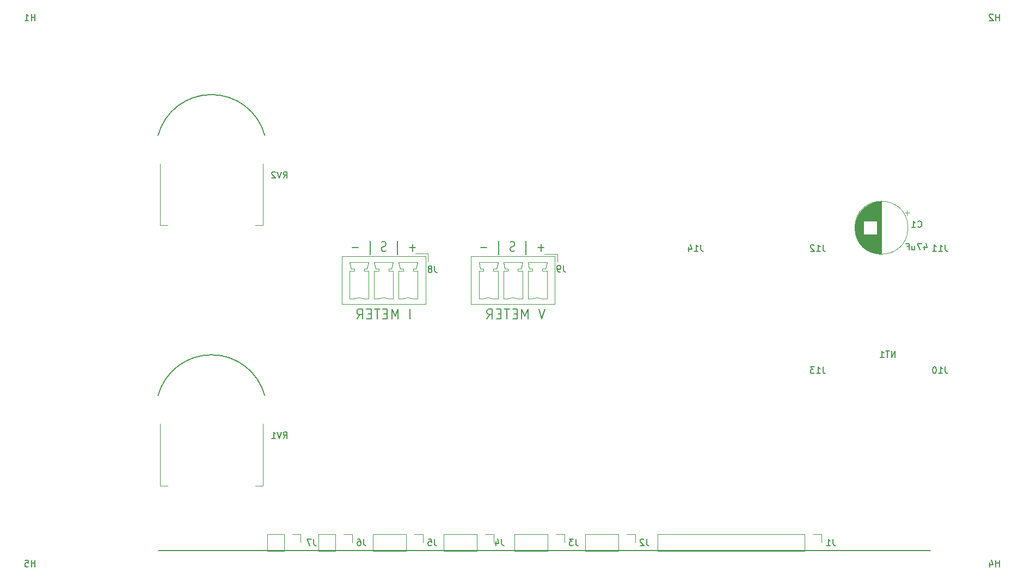
<source format=gbo>
%TF.GenerationSoftware,KiCad,Pcbnew,6.0.2-378541a8eb~116~ubuntu20.04.1*%
%TF.CreationDate,2022-03-08T15:37:06-05:00*%
%TF.ProjectId,Linear_Lab_Bench_PSU_front_panel,4c696e65-6172-45f4-9c61-625f42656e63,rev?*%
%TF.SameCoordinates,Original*%
%TF.FileFunction,Legend,Bot*%
%TF.FilePolarity,Positive*%
%FSLAX46Y46*%
G04 Gerber Fmt 4.6, Leading zero omitted, Abs format (unit mm)*
G04 Created by KiCad (PCBNEW 6.0.2-378541a8eb~116~ubuntu20.04.1) date 2022-03-08 15:37:06*
%MOMM*%
%LPD*%
G01*
G04 APERTURE LIST*
%ADD10C,0.150000*%
%ADD11C,0.200000*%
%ADD12C,0.120000*%
G04 APERTURE END LIST*
D10*
X80000000Y-128270000D02*
X200000000Y-128270000D01*
D11*
X139940476Y-81107142D02*
X138988095Y-81107142D01*
X139464285Y-81678571D02*
X139464285Y-80535714D01*
X137142857Y-82178571D02*
X137142857Y-80035714D01*
X135357142Y-81607142D02*
X135178571Y-81678571D01*
X134880952Y-81678571D01*
X134761904Y-81607142D01*
X134702380Y-81535714D01*
X134642857Y-81392857D01*
X134642857Y-81250000D01*
X134702380Y-81107142D01*
X134761904Y-81035714D01*
X134880952Y-80964285D01*
X135119047Y-80892857D01*
X135238095Y-80821428D01*
X135297619Y-80750000D01*
X135357142Y-80607142D01*
X135357142Y-80464285D01*
X135297619Y-80321428D01*
X135238095Y-80250000D01*
X135119047Y-80178571D01*
X134821428Y-80178571D01*
X134642857Y-80250000D01*
X132857142Y-82178571D02*
X132857142Y-80035714D01*
X131011904Y-81107142D02*
X130059523Y-81107142D01*
X119940476Y-81107142D02*
X118988095Y-81107142D01*
X119464285Y-81678571D02*
X119464285Y-80535714D01*
X117142857Y-82178571D02*
X117142857Y-80035714D01*
X115357142Y-81607142D02*
X115178571Y-81678571D01*
X114880952Y-81678571D01*
X114761904Y-81607142D01*
X114702380Y-81535714D01*
X114642857Y-81392857D01*
X114642857Y-81250000D01*
X114702380Y-81107142D01*
X114761904Y-81035714D01*
X114880952Y-80964285D01*
X115119047Y-80892857D01*
X115238095Y-80821428D01*
X115297619Y-80750000D01*
X115357142Y-80607142D01*
X115357142Y-80464285D01*
X115297619Y-80321428D01*
X115238095Y-80250000D01*
X115119047Y-80178571D01*
X114821428Y-80178571D01*
X114642857Y-80250000D01*
X112857142Y-82178571D02*
X112857142Y-80035714D01*
X111011904Y-81107142D02*
X110059523Y-81107142D01*
X119107142Y-92178571D02*
X119107142Y-90678571D01*
X117250000Y-92178571D02*
X117250000Y-90678571D01*
X116750000Y-91750000D01*
X116250000Y-90678571D01*
X116250000Y-92178571D01*
X115535714Y-91392857D02*
X115035714Y-91392857D01*
X114821428Y-92178571D02*
X115535714Y-92178571D01*
X115535714Y-90678571D01*
X114821428Y-90678571D01*
X114392857Y-90678571D02*
X113535714Y-90678571D01*
X113964285Y-92178571D02*
X113964285Y-90678571D01*
X113035714Y-91392857D02*
X112535714Y-91392857D01*
X112321428Y-92178571D02*
X113035714Y-92178571D01*
X113035714Y-90678571D01*
X112321428Y-90678571D01*
X110821428Y-92178571D02*
X111321428Y-91464285D01*
X111678571Y-92178571D02*
X111678571Y-90678571D01*
X111107142Y-90678571D01*
X110964285Y-90750000D01*
X110892857Y-90821428D01*
X110821428Y-90964285D01*
X110821428Y-91178571D01*
X110892857Y-91321428D01*
X110964285Y-91392857D01*
X111107142Y-91464285D01*
X111678571Y-91464285D01*
X140107142Y-90678571D02*
X139607142Y-92178571D01*
X139107142Y-90678571D01*
X137464285Y-92178571D02*
X137464285Y-90678571D01*
X136964285Y-91750000D01*
X136464285Y-90678571D01*
X136464285Y-92178571D01*
X135750000Y-91392857D02*
X135250000Y-91392857D01*
X135035714Y-92178571D02*
X135750000Y-92178571D01*
X135750000Y-90678571D01*
X135035714Y-90678571D01*
X134607142Y-90678571D02*
X133750000Y-90678571D01*
X134178571Y-92178571D02*
X134178571Y-90678571D01*
X133250000Y-91392857D02*
X132750000Y-91392857D01*
X132535714Y-92178571D02*
X133250000Y-92178571D01*
X133250000Y-90678571D01*
X132535714Y-90678571D01*
X131035714Y-92178571D02*
X131535714Y-91464285D01*
X131892857Y-92178571D02*
X131892857Y-90678571D01*
X131321428Y-90678571D01*
X131178571Y-90750000D01*
X131107142Y-90821428D01*
X131035714Y-90964285D01*
X131035714Y-91178571D01*
X131107142Y-91321428D01*
X131178571Y-91392857D01*
X131321428Y-91464285D01*
X131892857Y-91464285D01*
D10*
%TO.C,H4*%
X210761904Y-130752380D02*
X210761904Y-129752380D01*
X210761904Y-130228571D02*
X210190476Y-130228571D01*
X210190476Y-130752380D02*
X210190476Y-129752380D01*
X209285714Y-130085714D02*
X209285714Y-130752380D01*
X209523809Y-129704761D02*
X209761904Y-130419047D01*
X209142857Y-130419047D01*
%TO.C,J6*%
X111866011Y-126452380D02*
X111866011Y-127166666D01*
X111913630Y-127309523D01*
X112008868Y-127404761D01*
X112151725Y-127452380D01*
X112246963Y-127452380D01*
X110961249Y-126452380D02*
X111151725Y-126452380D01*
X111246963Y-126500000D01*
X111294582Y-126547619D01*
X111389820Y-126690476D01*
X111437439Y-126880952D01*
X111437439Y-127261904D01*
X111389820Y-127357142D01*
X111342201Y-127404761D01*
X111246963Y-127452380D01*
X111056487Y-127452380D01*
X110961249Y-127404761D01*
X110913630Y-127357142D01*
X110866011Y-127261904D01*
X110866011Y-127023809D01*
X110913630Y-126928571D01*
X110961249Y-126880952D01*
X111056487Y-126833333D01*
X111246963Y-126833333D01*
X111342201Y-126880952D01*
X111389820Y-126928571D01*
X111437439Y-127023809D01*
%TO.C,J8*%
X122925833Y-83952380D02*
X122925833Y-84666666D01*
X122973452Y-84809523D01*
X123068690Y-84904761D01*
X123211547Y-84952380D01*
X123306785Y-84952380D01*
X122306785Y-84380952D02*
X122402023Y-84333333D01*
X122449642Y-84285714D01*
X122497261Y-84190476D01*
X122497261Y-84142857D01*
X122449642Y-84047619D01*
X122402023Y-84000000D01*
X122306785Y-83952380D01*
X122116309Y-83952380D01*
X122021071Y-84000000D01*
X121973452Y-84047619D01*
X121925833Y-84142857D01*
X121925833Y-84190476D01*
X121973452Y-84285714D01*
X122021071Y-84333333D01*
X122116309Y-84380952D01*
X122306785Y-84380952D01*
X122402023Y-84428571D01*
X122449642Y-84476190D01*
X122497261Y-84571428D01*
X122497261Y-84761904D01*
X122449642Y-84857142D01*
X122402023Y-84904761D01*
X122306785Y-84952380D01*
X122116309Y-84952380D01*
X122021071Y-84904761D01*
X121973452Y-84857142D01*
X121925833Y-84761904D01*
X121925833Y-84571428D01*
X121973452Y-84476190D01*
X122021071Y-84428571D01*
X122116309Y-84380952D01*
%TO.C,J7*%
X104096011Y-126452380D02*
X104096011Y-127166666D01*
X104143630Y-127309523D01*
X104238868Y-127404761D01*
X104381725Y-127452380D01*
X104476963Y-127452380D01*
X103715058Y-126452380D02*
X103048392Y-126452380D01*
X103476963Y-127452380D01*
%TO.C,J9*%
X142943333Y-83859880D02*
X142943333Y-84574166D01*
X142990952Y-84717023D01*
X143086190Y-84812261D01*
X143229047Y-84859880D01*
X143324285Y-84859880D01*
X142419523Y-84859880D02*
X142229047Y-84859880D01*
X142133809Y-84812261D01*
X142086190Y-84764642D01*
X141990952Y-84621785D01*
X141943333Y-84431309D01*
X141943333Y-84050357D01*
X141990952Y-83955119D01*
X142038571Y-83907500D01*
X142133809Y-83859880D01*
X142324285Y-83859880D01*
X142419523Y-83907500D01*
X142467142Y-83955119D01*
X142514761Y-84050357D01*
X142514761Y-84288452D01*
X142467142Y-84383690D01*
X142419523Y-84431309D01*
X142324285Y-84478928D01*
X142133809Y-84478928D01*
X142038571Y-84431309D01*
X141990952Y-84383690D01*
X141943333Y-84288452D01*
%TO.C,J12*%
X183309523Y-80652380D02*
X183309523Y-81366666D01*
X183357142Y-81509523D01*
X183452380Y-81604761D01*
X183595238Y-81652380D01*
X183690476Y-81652380D01*
X182309523Y-81652380D02*
X182880952Y-81652380D01*
X182595238Y-81652380D02*
X182595238Y-80652380D01*
X182690476Y-80795238D01*
X182785714Y-80890476D01*
X182880952Y-80938095D01*
X181928571Y-80747619D02*
X181880952Y-80700000D01*
X181785714Y-80652380D01*
X181547619Y-80652380D01*
X181452380Y-80700000D01*
X181404761Y-80747619D01*
X181357142Y-80842857D01*
X181357142Y-80938095D01*
X181404761Y-81080952D01*
X181976190Y-81652380D01*
X181357142Y-81652380D01*
%TO.C,J1*%
X184866011Y-126452380D02*
X184866011Y-127166666D01*
X184913630Y-127309523D01*
X185008868Y-127404761D01*
X185151725Y-127452380D01*
X185246963Y-127452380D01*
X183866011Y-127452380D02*
X184437439Y-127452380D01*
X184151725Y-127452380D02*
X184151725Y-126452380D01*
X184246963Y-126595238D01*
X184342201Y-126690476D01*
X184437439Y-126738095D01*
%TO.C,J2*%
X155866011Y-126452380D02*
X155866011Y-127166666D01*
X155913630Y-127309523D01*
X156008868Y-127404761D01*
X156151725Y-127452380D01*
X156246963Y-127452380D01*
X155437439Y-126547619D02*
X155389820Y-126500000D01*
X155294582Y-126452380D01*
X155056487Y-126452380D01*
X154961249Y-126500000D01*
X154913630Y-126547619D01*
X154866011Y-126642857D01*
X154866011Y-126738095D01*
X154913630Y-126880952D01*
X155485058Y-127452380D01*
X154866011Y-127452380D01*
%TO.C,J3*%
X144866011Y-126452380D02*
X144866011Y-127166666D01*
X144913630Y-127309523D01*
X145008868Y-127404761D01*
X145151725Y-127452380D01*
X145246963Y-127452380D01*
X144485058Y-126452380D02*
X143866011Y-126452380D01*
X144199344Y-126833333D01*
X144056487Y-126833333D01*
X143961249Y-126880952D01*
X143913630Y-126928571D01*
X143866011Y-127023809D01*
X143866011Y-127261904D01*
X143913630Y-127357142D01*
X143961249Y-127404761D01*
X144056487Y-127452380D01*
X144342201Y-127452380D01*
X144437439Y-127404761D01*
X144485058Y-127357142D01*
%TO.C,RV2*%
X99395238Y-70275295D02*
X99728571Y-69799105D01*
X99966666Y-70275295D02*
X99966666Y-69275295D01*
X99585714Y-69275295D01*
X99490476Y-69322915D01*
X99442857Y-69370534D01*
X99395238Y-69465772D01*
X99395238Y-69608629D01*
X99442857Y-69703867D01*
X99490476Y-69751486D01*
X99585714Y-69799105D01*
X99966666Y-69799105D01*
X99109523Y-69275295D02*
X98776190Y-70275295D01*
X98442857Y-69275295D01*
X98157142Y-69370534D02*
X98109523Y-69322915D01*
X98014285Y-69275295D01*
X97776190Y-69275295D01*
X97680952Y-69322915D01*
X97633333Y-69370534D01*
X97585714Y-69465772D01*
X97585714Y-69561010D01*
X97633333Y-69703867D01*
X98204761Y-70275295D01*
X97585714Y-70275295D01*
%TO.C,H2*%
X210761904Y-45752380D02*
X210761904Y-44752380D01*
X210761904Y-45228571D02*
X210190476Y-45228571D01*
X210190476Y-45752380D02*
X210190476Y-44752380D01*
X209761904Y-44847619D02*
X209714285Y-44800000D01*
X209619047Y-44752380D01*
X209380952Y-44752380D01*
X209285714Y-44800000D01*
X209238095Y-44847619D01*
X209190476Y-44942857D01*
X209190476Y-45038095D01*
X209238095Y-45180952D01*
X209809523Y-45752380D01*
X209190476Y-45752380D01*
%TO.C,J14*%
X164309523Y-80652380D02*
X164309523Y-81366666D01*
X164357142Y-81509523D01*
X164452380Y-81604761D01*
X164595238Y-81652380D01*
X164690476Y-81652380D01*
X163309523Y-81652380D02*
X163880952Y-81652380D01*
X163595238Y-81652380D02*
X163595238Y-80652380D01*
X163690476Y-80795238D01*
X163785714Y-80890476D01*
X163880952Y-80938095D01*
X162452380Y-80985714D02*
X162452380Y-81652380D01*
X162690476Y-80604761D02*
X162928571Y-81319047D01*
X162309523Y-81319047D01*
%TO.C,RV1*%
X99395238Y-110775295D02*
X99728571Y-110299105D01*
X99966666Y-110775295D02*
X99966666Y-109775295D01*
X99585714Y-109775295D01*
X99490476Y-109822915D01*
X99442857Y-109870534D01*
X99395238Y-109965772D01*
X99395238Y-110108629D01*
X99442857Y-110203867D01*
X99490476Y-110251486D01*
X99585714Y-110299105D01*
X99966666Y-110299105D01*
X99109523Y-109775295D02*
X98776190Y-110775295D01*
X98442857Y-109775295D01*
X97585714Y-110775295D02*
X98157142Y-110775295D01*
X97871428Y-110775295D02*
X97871428Y-109775295D01*
X97966666Y-109918153D01*
X98061904Y-110013391D01*
X98157142Y-110061010D01*
%TO.C,H1*%
X60761904Y-45752380D02*
X60761904Y-44752380D01*
X60761904Y-45228571D02*
X60190476Y-45228571D01*
X60190476Y-45752380D02*
X60190476Y-44752380D01*
X59190476Y-45752380D02*
X59761904Y-45752380D01*
X59476190Y-45752380D02*
X59476190Y-44752380D01*
X59571428Y-44895238D01*
X59666666Y-44990476D01*
X59761904Y-45038095D01*
%TO.C,H5*%
X60761904Y-130752380D02*
X60761904Y-129752380D01*
X60761904Y-130228571D02*
X60190476Y-130228571D01*
X60190476Y-130752380D02*
X60190476Y-129752380D01*
X59238095Y-129752380D02*
X59714285Y-129752380D01*
X59761904Y-130228571D01*
X59714285Y-130180952D01*
X59619047Y-130133333D01*
X59380952Y-130133333D01*
X59285714Y-130180952D01*
X59238095Y-130228571D01*
X59190476Y-130323809D01*
X59190476Y-130561904D01*
X59238095Y-130657142D01*
X59285714Y-130704761D01*
X59380952Y-130752380D01*
X59619047Y-130752380D01*
X59714285Y-130704761D01*
X59761904Y-130657142D01*
%TO.C,J13*%
X183309523Y-99652380D02*
X183309523Y-100366666D01*
X183357142Y-100509523D01*
X183452380Y-100604761D01*
X183595238Y-100652380D01*
X183690476Y-100652380D01*
X182309523Y-100652380D02*
X182880952Y-100652380D01*
X182595238Y-100652380D02*
X182595238Y-99652380D01*
X182690476Y-99795238D01*
X182785714Y-99890476D01*
X182880952Y-99938095D01*
X181976190Y-99652380D02*
X181357142Y-99652380D01*
X181690476Y-100033333D01*
X181547619Y-100033333D01*
X181452380Y-100080952D01*
X181404761Y-100128571D01*
X181357142Y-100223809D01*
X181357142Y-100461904D01*
X181404761Y-100557142D01*
X181452380Y-100604761D01*
X181547619Y-100652380D01*
X181833333Y-100652380D01*
X181928571Y-100604761D01*
X181976190Y-100557142D01*
%TO.C,J10*%
X202309523Y-99652380D02*
X202309523Y-100366666D01*
X202357142Y-100509523D01*
X202452380Y-100604761D01*
X202595238Y-100652380D01*
X202690476Y-100652380D01*
X201309523Y-100652380D02*
X201880952Y-100652380D01*
X201595238Y-100652380D02*
X201595238Y-99652380D01*
X201690476Y-99795238D01*
X201785714Y-99890476D01*
X201880952Y-99938095D01*
X200690476Y-99652380D02*
X200595238Y-99652380D01*
X200500000Y-99700000D01*
X200452380Y-99747619D01*
X200404761Y-99842857D01*
X200357142Y-100033333D01*
X200357142Y-100271428D01*
X200404761Y-100461904D01*
X200452380Y-100557142D01*
X200500000Y-100604761D01*
X200595238Y-100652380D01*
X200690476Y-100652380D01*
X200785714Y-100604761D01*
X200833333Y-100557142D01*
X200880952Y-100461904D01*
X200928571Y-100271428D01*
X200928571Y-100033333D01*
X200880952Y-99842857D01*
X200833333Y-99747619D01*
X200785714Y-99700000D01*
X200690476Y-99652380D01*
%TO.C,J11*%
X202309523Y-80652380D02*
X202309523Y-81366666D01*
X202357142Y-81509523D01*
X202452380Y-81604761D01*
X202595238Y-81652380D01*
X202690476Y-81652380D01*
X201309523Y-81652380D02*
X201880952Y-81652380D01*
X201595238Y-81652380D02*
X201595238Y-80652380D01*
X201690476Y-80795238D01*
X201785714Y-80890476D01*
X201880952Y-80938095D01*
X200357142Y-81652380D02*
X200928571Y-81652380D01*
X200642857Y-81652380D02*
X200642857Y-80652380D01*
X200738095Y-80795238D01*
X200833333Y-80890476D01*
X200928571Y-80938095D01*
%TO.C,NT1*%
X194542857Y-98152380D02*
X194542857Y-97152380D01*
X193971428Y-98152380D01*
X193971428Y-97152380D01*
X193638095Y-97152380D02*
X193066666Y-97152380D01*
X193352380Y-98152380D02*
X193352380Y-97152380D01*
X192209523Y-98152380D02*
X192780952Y-98152380D01*
X192495238Y-98152380D02*
X192495238Y-97152380D01*
X192590476Y-97295238D01*
X192685714Y-97390476D01*
X192780952Y-97438095D01*
%TO.C,J5*%
X122866011Y-126452380D02*
X122866011Y-127166666D01*
X122913630Y-127309523D01*
X123008868Y-127404761D01*
X123151725Y-127452380D01*
X123246963Y-127452380D01*
X121913630Y-126452380D02*
X122389820Y-126452380D01*
X122437439Y-126928571D01*
X122389820Y-126880952D01*
X122294582Y-126833333D01*
X122056487Y-126833333D01*
X121961249Y-126880952D01*
X121913630Y-126928571D01*
X121866011Y-127023809D01*
X121866011Y-127261904D01*
X121913630Y-127357142D01*
X121961249Y-127404761D01*
X122056487Y-127452380D01*
X122294582Y-127452380D01*
X122389820Y-127404761D01*
X122437439Y-127357142D01*
%TO.C,J4*%
X133333333Y-126452380D02*
X133333333Y-127166666D01*
X133380952Y-127309523D01*
X133476190Y-127404761D01*
X133619047Y-127452380D01*
X133714285Y-127452380D01*
X132428571Y-126785714D02*
X132428571Y-127452380D01*
X132666666Y-126404761D02*
X132904761Y-127119047D01*
X132285714Y-127119047D01*
%TO.C,C1*%
X198069317Y-77857142D02*
X198116936Y-77904761D01*
X198259793Y-77952380D01*
X198355031Y-77952380D01*
X198497889Y-77904761D01*
X198593127Y-77809523D01*
X198640746Y-77714285D01*
X198688365Y-77523809D01*
X198688365Y-77380952D01*
X198640746Y-77190476D01*
X198593127Y-77095238D01*
X198497889Y-77000000D01*
X198355031Y-76952380D01*
X198259793Y-76952380D01*
X198116936Y-77000000D01*
X198069317Y-77047619D01*
X197116936Y-77952380D02*
X197688365Y-77952380D01*
X197402651Y-77952380D02*
X197402651Y-76952380D01*
X197497889Y-77095238D01*
X197593127Y-77190476D01*
X197688365Y-77238095D01*
X199069317Y-80785714D02*
X199069317Y-81452380D01*
X199307412Y-80404761D02*
X199545508Y-81119047D01*
X198926460Y-81119047D01*
X198640746Y-80452380D02*
X197974079Y-80452380D01*
X198402651Y-81452380D01*
X197164555Y-80785714D02*
X197164555Y-81452380D01*
X197593127Y-80785714D02*
X197593127Y-81309523D01*
X197545508Y-81404761D01*
X197450270Y-81452380D01*
X197307412Y-81452380D01*
X197212174Y-81404761D01*
X197164555Y-81357142D01*
X196355031Y-80928571D02*
X196688365Y-80928571D01*
X196688365Y-81452380D02*
X196688365Y-80452380D01*
X196212174Y-80452380D01*
D12*
%TO.C,J6*%
X107492678Y-125670000D02*
X104892678Y-125670000D01*
X107492678Y-128330000D02*
X104892678Y-128330000D01*
X110092678Y-125670000D02*
X108762678Y-125670000D01*
X110092678Y-127000000D02*
X110092678Y-125670000D01*
X104892678Y-128330000D02*
X104892678Y-125670000D01*
X107492678Y-128330000D02*
X107492678Y-125670000D01*
%TO.C,J8*%
X118042500Y-84400000D02*
X118042500Y-84750000D01*
X110422500Y-84400000D02*
X110422500Y-84750000D01*
X113482500Y-89050000D02*
X114232500Y-89050000D01*
X111922500Y-89050000D02*
X112672500Y-89050000D01*
X111922500Y-84400000D02*
X112422500Y-84400000D01*
X112672500Y-84750000D02*
X111922500Y-84750000D01*
X117292500Y-89050000D02*
X118042500Y-89050000D01*
X116482500Y-89050000D02*
X116482500Y-84750000D01*
X110422500Y-84750000D02*
X109672500Y-84750000D01*
X112672500Y-83400000D02*
X109672500Y-83400000D01*
X114232500Y-84400000D02*
X114232500Y-84750000D01*
X109672500Y-89050000D02*
X110422500Y-89050000D01*
X119542500Y-84400000D02*
X120042500Y-84400000D01*
X120042500Y-84400000D02*
X120292500Y-83400000D01*
X116232500Y-84400000D02*
X116482500Y-83400000D01*
X108462500Y-82440000D02*
X121502500Y-82440000D01*
X120292500Y-83400000D02*
X117292500Y-83400000D01*
X113732500Y-84400000D02*
X114232500Y-84400000D01*
X120292500Y-84750000D02*
X119542500Y-84750000D01*
X109672500Y-84750000D02*
X109672500Y-89050000D01*
X115732500Y-89050000D02*
X116482500Y-89050000D01*
X117292500Y-83400000D02*
X117542500Y-84400000D01*
X113482500Y-83400000D02*
X113732500Y-84400000D01*
X111922500Y-84750000D02*
X111922500Y-84400000D01*
X118042500Y-84750000D02*
X117292500Y-84750000D01*
X115732500Y-84400000D02*
X116232500Y-84400000D01*
X109672500Y-83400000D02*
X109922500Y-84400000D01*
X113482500Y-84750000D02*
X113482500Y-89050000D01*
X119542500Y-84750000D02*
X119542500Y-84400000D01*
X109922500Y-84400000D02*
X110422500Y-84400000D01*
X117292500Y-84750000D02*
X117292500Y-89050000D01*
X120292500Y-89050000D02*
X120292500Y-84750000D01*
X115732500Y-84750000D02*
X115732500Y-84400000D01*
X112672500Y-89050000D02*
X112672500Y-84750000D01*
X121502500Y-89910000D02*
X108462500Y-89910000D01*
X108462500Y-89910000D02*
X108462500Y-82440000D01*
X121892500Y-82050000D02*
X119892500Y-82050000D01*
X116482500Y-84750000D02*
X115732500Y-84750000D01*
X112422500Y-84400000D02*
X112672500Y-83400000D01*
X114232500Y-84750000D02*
X113482500Y-84750000D01*
X121892500Y-83300000D02*
X121892500Y-82050000D01*
X119542500Y-89050000D02*
X120292500Y-89050000D01*
X121502500Y-82440000D02*
X121502500Y-89910000D01*
X116482500Y-83400000D02*
X113482500Y-83400000D01*
X117542500Y-84400000D02*
X118042500Y-84400000D01*
X111922500Y-89050000D02*
G75*
G03*
X110422853Y-89049844I-750000J-1700006D01*
G01*
X115732500Y-89050000D02*
G75*
G03*
X114232853Y-89049844I-750000J-1700006D01*
G01*
X119542500Y-89050000D02*
G75*
G03*
X118042853Y-89049844I-750000J-1700006D01*
G01*
%TO.C,J7*%
X96892678Y-128330000D02*
X96892678Y-125670000D01*
X99492678Y-128330000D02*
X99492678Y-125670000D01*
X102092678Y-127000000D02*
X102092678Y-125670000D01*
X99492678Y-125670000D02*
X96892678Y-125670000D01*
X99492678Y-128330000D02*
X96892678Y-128330000D01*
X102092678Y-125670000D02*
X100762678Y-125670000D01*
%TO.C,J9*%
X142010000Y-82057500D02*
X140010000Y-82057500D01*
X137410000Y-84757500D02*
X137410000Y-89057500D01*
X129790000Y-83407500D02*
X130040000Y-84407500D01*
X140410000Y-83407500D02*
X137410000Y-83407500D01*
X130540000Y-84757500D02*
X129790000Y-84757500D01*
X134350000Y-84757500D02*
X133600000Y-84757500D01*
X133600000Y-84757500D02*
X133600000Y-89057500D01*
X130540000Y-84407500D02*
X130540000Y-84757500D01*
X132040000Y-89057500D02*
X132790000Y-89057500D01*
X136600000Y-83407500D02*
X133600000Y-83407500D01*
X136600000Y-84757500D02*
X135850000Y-84757500D01*
X132790000Y-84757500D02*
X132040000Y-84757500D01*
X136350000Y-84407500D02*
X136600000Y-83407500D01*
X134350000Y-84407500D02*
X134350000Y-84757500D01*
X128580000Y-89917500D02*
X128580000Y-82447500D01*
X132790000Y-83407500D02*
X129790000Y-83407500D01*
X132540000Y-84407500D02*
X132790000Y-83407500D01*
X128580000Y-82447500D02*
X141620000Y-82447500D01*
X129790000Y-84757500D02*
X129790000Y-89057500D01*
X137660000Y-84407500D02*
X138160000Y-84407500D01*
X141620000Y-89917500D02*
X128580000Y-89917500D01*
X132040000Y-84407500D02*
X132540000Y-84407500D01*
X139660000Y-84757500D02*
X139660000Y-84407500D01*
X142010000Y-83307500D02*
X142010000Y-82057500D01*
X136600000Y-89057500D02*
X136600000Y-84757500D01*
X140410000Y-84757500D02*
X139660000Y-84757500D01*
X133600000Y-89057500D02*
X134350000Y-89057500D01*
X141620000Y-82447500D02*
X141620000Y-89917500D01*
X138160000Y-84407500D02*
X138160000Y-84757500D01*
X130040000Y-84407500D02*
X130540000Y-84407500D01*
X129790000Y-89057500D02*
X130540000Y-89057500D01*
X137410000Y-83407500D02*
X137660000Y-84407500D01*
X139660000Y-84407500D02*
X140160000Y-84407500D01*
X132790000Y-89057500D02*
X132790000Y-84757500D01*
X133600000Y-83407500D02*
X133850000Y-84407500D01*
X135850000Y-89057500D02*
X136600000Y-89057500D01*
X135850000Y-84407500D02*
X136350000Y-84407500D01*
X139660000Y-89057500D02*
X140410000Y-89057500D01*
X133850000Y-84407500D02*
X134350000Y-84407500D01*
X140160000Y-84407500D02*
X140410000Y-83407500D01*
X140410000Y-89057500D02*
X140410000Y-84757500D01*
X138160000Y-84757500D02*
X137410000Y-84757500D01*
X132040000Y-84757500D02*
X132040000Y-84407500D01*
X137410000Y-89057500D02*
X138160000Y-89057500D01*
X135850000Y-84757500D02*
X135850000Y-84407500D01*
X132040000Y-89057500D02*
G75*
G03*
X130540353Y-89057344I-750000J-1700006D01*
G01*
X139660000Y-89057500D02*
G75*
G03*
X138160353Y-89057344I-750000J-1700006D01*
G01*
X135850000Y-89057500D02*
G75*
G03*
X134350353Y-89057344I-750000J-1700006D01*
G01*
%TO.C,J1*%
X183092678Y-125670000D02*
X181762678Y-125670000D01*
X180492678Y-128330000D02*
X157572678Y-128330000D01*
X180492678Y-128330000D02*
X180492678Y-125670000D01*
X183092678Y-127000000D02*
X183092678Y-125670000D01*
X180492678Y-125670000D02*
X157572678Y-125670000D01*
X157572678Y-128330000D02*
X157572678Y-125670000D01*
%TO.C,J2*%
X154092678Y-125670000D02*
X152762678Y-125670000D01*
X151492678Y-125670000D02*
X146352678Y-125670000D01*
X151492678Y-128330000D02*
X151492678Y-125670000D01*
X146352678Y-128330000D02*
X146352678Y-125670000D01*
X154092678Y-127000000D02*
X154092678Y-125670000D01*
X151492678Y-128330000D02*
X146352678Y-128330000D01*
%TO.C,J3*%
X140492678Y-128330000D02*
X135352678Y-128330000D01*
X143092678Y-125670000D02*
X141762678Y-125670000D01*
X143092678Y-127000000D02*
X143092678Y-125670000D01*
X140492678Y-125670000D02*
X135352678Y-125670000D01*
X135352678Y-128330000D02*
X135352678Y-125670000D01*
X140492678Y-128330000D02*
X140492678Y-125670000D01*
%TO.C,RV2*%
X80200000Y-68022915D02*
X80200000Y-77622915D01*
X96200000Y-77622915D02*
X95000000Y-77622915D01*
X96200000Y-68022915D02*
X96200000Y-77622915D01*
X80200000Y-77622915D02*
X81400000Y-77622915D01*
D11*
X96500000Y-63622915D02*
G75*
G03*
X79900000Y-63622915I-8300000J-2255060D01*
G01*
D12*
%TO.C,RV1*%
X96200000Y-118122915D02*
X95000000Y-118122915D01*
X80200000Y-118122915D02*
X81400000Y-118122915D01*
X96200000Y-108522915D02*
X96200000Y-118122915D01*
X80200000Y-108522915D02*
X80200000Y-118122915D01*
D11*
X96500000Y-104122915D02*
G75*
G03*
X79900000Y-104122915I-8300000J-2255060D01*
G01*
D12*
%TO.C,J5*%
X118492678Y-128330000D02*
X113352678Y-128330000D01*
X113352678Y-128330000D02*
X113352678Y-125670000D01*
X121092678Y-125670000D02*
X119762678Y-125670000D01*
X118492678Y-128330000D02*
X118492678Y-125670000D01*
X118492678Y-125670000D02*
X113352678Y-125670000D01*
X121092678Y-127000000D02*
X121092678Y-125670000D01*
%TO.C,J4*%
X124352678Y-128330000D02*
X124352678Y-125670000D01*
X129492678Y-128330000D02*
X124352678Y-128330000D01*
X132092678Y-125670000D02*
X130762678Y-125670000D01*
X129492678Y-128330000D02*
X129492678Y-125670000D01*
X132092678Y-127000000D02*
X132092678Y-125670000D01*
X129492678Y-125670000D02*
X124352678Y-125670000D01*
%TO.C,C1*%
X191601651Y-73998000D02*
X191601651Y-76960000D01*
X190361651Y-74460000D02*
X190361651Y-76960000D01*
X189641651Y-79040000D02*
X189641651Y-81019000D01*
X190841651Y-74226000D02*
X190841651Y-76960000D01*
X189921651Y-79040000D02*
X189921651Y-81250000D01*
X191241651Y-74086000D02*
X191241651Y-76960000D01*
X191161651Y-74111000D02*
X191161651Y-76960000D01*
X190441651Y-74416000D02*
X190441651Y-76960000D01*
X189281651Y-75349000D02*
X189281651Y-80651000D01*
X189841651Y-79040000D02*
X189841651Y-81189000D01*
X188561651Y-76547000D02*
X188561651Y-79453000D01*
X192362651Y-73920000D02*
X192362651Y-82080000D01*
X189721651Y-74910000D02*
X189721651Y-76960000D01*
X191922651Y-73948000D02*
X191922651Y-82052000D01*
X190761651Y-79040000D02*
X190761651Y-81740000D01*
X190241651Y-79040000D02*
X190241651Y-81469000D01*
X191361651Y-79040000D02*
X191361651Y-81947000D01*
X189761651Y-79040000D02*
X189761651Y-81124000D01*
X191681651Y-73983000D02*
X191681651Y-76960000D01*
X190121651Y-79040000D02*
X190121651Y-81392000D01*
X190681651Y-79040000D02*
X190681651Y-81704000D01*
X192242651Y-73923000D02*
X192242651Y-82077000D01*
X188921651Y-75834000D02*
X188921651Y-80166000D01*
X190001651Y-74691000D02*
X190001651Y-76960000D01*
X191521651Y-74015000D02*
X191521651Y-76960000D01*
X191882651Y-73952000D02*
X191882651Y-82048000D01*
X188761651Y-76110000D02*
X188761651Y-79890000D01*
X190641651Y-74314000D02*
X190641651Y-76960000D01*
X191081651Y-79040000D02*
X191081651Y-81863000D01*
X189481651Y-75133000D02*
X189481651Y-80867000D01*
X196812349Y-75685000D02*
X196012349Y-75685000D01*
X189401651Y-75216000D02*
X189401651Y-80784000D01*
X189801651Y-79040000D02*
X189801651Y-81156000D01*
X190241651Y-74531000D02*
X190241651Y-76960000D01*
X192082651Y-73932000D02*
X192082651Y-82068000D01*
X191681651Y-79040000D02*
X191681651Y-82017000D01*
X189521651Y-75093000D02*
X189521651Y-80907000D01*
X189161651Y-75495000D02*
X189161651Y-80505000D01*
X190481651Y-74394000D02*
X190481651Y-76960000D01*
X190601651Y-79040000D02*
X190601651Y-81666000D01*
X189961651Y-74720000D02*
X189961651Y-76960000D01*
X190441651Y-79040000D02*
X190441651Y-81584000D01*
X189201651Y-75444000D02*
X189201651Y-80556000D01*
X189881651Y-79040000D02*
X189881651Y-81220000D01*
X190401651Y-74438000D02*
X190401651Y-76960000D01*
X190041651Y-74662000D02*
X190041651Y-76960000D01*
X191161651Y-79040000D02*
X191161651Y-81889000D01*
X191001651Y-74165000D02*
X191001651Y-76960000D01*
X188961651Y-75772000D02*
X188961651Y-80228000D01*
X190481651Y-79040000D02*
X190481651Y-81606000D01*
X190041651Y-79040000D02*
X190041651Y-81338000D01*
X190281651Y-79040000D02*
X190281651Y-81493000D01*
X190081651Y-74635000D02*
X190081651Y-76960000D01*
X191281651Y-74075000D02*
X191281651Y-76960000D01*
X196412349Y-75285000D02*
X196412349Y-76085000D01*
X191081651Y-74137000D02*
X191081651Y-76960000D01*
X191241651Y-79040000D02*
X191241651Y-81914000D01*
X189561651Y-75055000D02*
X189561651Y-80945000D01*
X188841651Y-75966000D02*
X188841651Y-80034000D01*
X190561651Y-74353000D02*
X190561651Y-76960000D01*
X191962651Y-73943000D02*
X191962651Y-82057000D01*
X192282651Y-73921000D02*
X192282651Y-82079000D01*
X191722651Y-73976000D02*
X191722651Y-82024000D01*
X191561651Y-74006000D02*
X191561651Y-76960000D01*
X191041651Y-79040000D02*
X191041651Y-81850000D01*
X190721651Y-79040000D02*
X190721651Y-81722000D01*
X190641651Y-79040000D02*
X190641651Y-81686000D01*
X190081651Y-79040000D02*
X190081651Y-81365000D01*
X188601651Y-76448000D02*
X188601651Y-79552000D01*
X190161651Y-79040000D02*
X190161651Y-81418000D01*
X188521651Y-76654000D02*
X188521651Y-79346000D01*
X189881651Y-74780000D02*
X189881651Y-76960000D01*
X188441651Y-76902000D02*
X188441651Y-79098000D01*
X191521651Y-79040000D02*
X191521651Y-81985000D01*
X191441651Y-79040000D02*
X191441651Y-81967000D01*
X190161651Y-74582000D02*
X190161651Y-76960000D01*
X190121651Y-74608000D02*
X190121651Y-76960000D01*
X189601651Y-75017000D02*
X189601651Y-80983000D01*
X191201651Y-74098000D02*
X191201651Y-76960000D01*
X190601651Y-74334000D02*
X190601651Y-76960000D01*
X189841651Y-74811000D02*
X189841651Y-76960000D01*
X190881651Y-79040000D02*
X190881651Y-81790000D01*
X192322651Y-73920000D02*
X192322651Y-82080000D01*
X190841651Y-79040000D02*
X190841651Y-81774000D01*
X191762651Y-73970000D02*
X191762651Y-82030000D01*
X189961651Y-79040000D02*
X189961651Y-81280000D01*
X190401651Y-79040000D02*
X190401651Y-81562000D01*
X188681651Y-76269000D02*
X188681651Y-79731000D01*
X191802651Y-73963000D02*
X191802651Y-82037000D01*
X190801651Y-74243000D02*
X190801651Y-76960000D01*
X189681651Y-79040000D02*
X189681651Y-81055000D01*
X188481651Y-76771000D02*
X188481651Y-79229000D01*
X188801651Y-76036000D02*
X188801651Y-79964000D01*
X192402651Y-73920000D02*
X192402651Y-82080000D01*
X188881651Y-75898000D02*
X188881651Y-80102000D01*
X191561651Y-79040000D02*
X191561651Y-81994000D01*
X190921651Y-79040000D02*
X190921651Y-81805000D01*
X189801651Y-74844000D02*
X189801651Y-76960000D01*
X192162651Y-73926000D02*
X192162651Y-82074000D01*
X190321651Y-79040000D02*
X190321651Y-81517000D01*
X191321651Y-79040000D02*
X191321651Y-81936000D01*
X189761651Y-74876000D02*
X189761651Y-76960000D01*
X192202651Y-73924000D02*
X192202651Y-82076000D01*
X190201651Y-79040000D02*
X190201651Y-81444000D01*
X189321651Y-75303000D02*
X189321651Y-80697000D01*
X190001651Y-79040000D02*
X190001651Y-81309000D01*
X190361651Y-79040000D02*
X190361651Y-81540000D01*
X191842651Y-73958000D02*
X191842651Y-82042000D01*
X190321651Y-74483000D02*
X190321651Y-76960000D01*
X189041651Y-75655000D02*
X189041651Y-80345000D01*
X192042651Y-73935000D02*
X192042651Y-82065000D01*
X190761651Y-74260000D02*
X190761651Y-76960000D01*
X191641651Y-79040000D02*
X191641651Y-82010000D01*
X189721651Y-79040000D02*
X189721651Y-81090000D01*
X189121651Y-75546000D02*
X189121651Y-80454000D01*
X189361651Y-75259000D02*
X189361651Y-80741000D01*
X191481651Y-79040000D02*
X191481651Y-81976000D01*
X190201651Y-74556000D02*
X190201651Y-76960000D01*
X191601651Y-79040000D02*
X191601651Y-82002000D01*
X188401651Y-77052000D02*
X188401651Y-78948000D01*
X190881651Y-74210000D02*
X190881651Y-76960000D01*
X192002651Y-73939000D02*
X192002651Y-82061000D01*
X191401651Y-74043000D02*
X191401651Y-76960000D01*
X190961651Y-79040000D02*
X190961651Y-81821000D01*
X191281651Y-79040000D02*
X191281651Y-81925000D01*
X191321651Y-74064000D02*
X191321651Y-76960000D01*
X191481651Y-74024000D02*
X191481651Y-76960000D01*
X190921651Y-74195000D02*
X190921651Y-76960000D01*
X191441651Y-74033000D02*
X191441651Y-76960000D01*
X188641651Y-76355000D02*
X188641651Y-79645000D01*
X189001651Y-75713000D02*
X189001651Y-80287000D01*
X190801651Y-79040000D02*
X190801651Y-81757000D01*
X188361651Y-77232000D02*
X188361651Y-78768000D01*
X188321651Y-77467000D02*
X188321651Y-78533000D01*
X190521651Y-79040000D02*
X190521651Y-81627000D01*
X189441651Y-75174000D02*
X189441651Y-80826000D01*
X190721651Y-74278000D02*
X190721651Y-76960000D01*
X190961651Y-74179000D02*
X190961651Y-76960000D01*
X191121651Y-79040000D02*
X191121651Y-81877000D01*
X192122651Y-73929000D02*
X192122651Y-82071000D01*
X191201651Y-79040000D02*
X191201651Y-81902000D01*
X190521651Y-74373000D02*
X190521651Y-76960000D01*
X191641651Y-73990000D02*
X191641651Y-76960000D01*
X191121651Y-74123000D02*
X191121651Y-76960000D01*
X188721651Y-76187000D02*
X188721651Y-79813000D01*
X189921651Y-74750000D02*
X189921651Y-76960000D01*
X190681651Y-74296000D02*
X190681651Y-76960000D01*
X190561651Y-79040000D02*
X190561651Y-81647000D01*
X189241651Y-75396000D02*
X189241651Y-80604000D01*
X191041651Y-74150000D02*
X191041651Y-76960000D01*
X189081651Y-75600000D02*
X189081651Y-80400000D01*
X189681651Y-74945000D02*
X189681651Y-76960000D01*
X189641651Y-74981000D02*
X189641651Y-76960000D01*
X191001651Y-79040000D02*
X191001651Y-81835000D01*
X191401651Y-79040000D02*
X191401651Y-81957000D01*
X191361651Y-74053000D02*
X191361651Y-76960000D01*
X190281651Y-74507000D02*
X190281651Y-76960000D01*
X196522651Y-78000000D02*
G75*
G03*
X196522651Y-78000000I-4120000J0D01*
G01*
%TD*%
M02*

</source>
